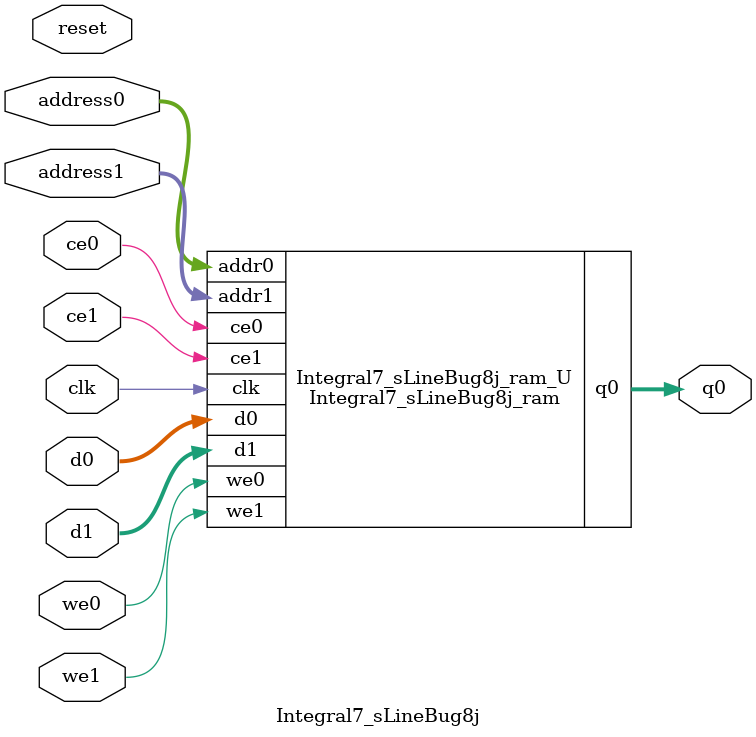
<source format=v>

`timescale 1 ns / 1 ps
module Integral7_sLineBug8j_ram (addr0, ce0, d0, we0, q0, addr1, ce1, d1, we1,  clk);

parameter DWIDTH = 32;
parameter AWIDTH = 10;
parameter MEM_SIZE = 513;

input[AWIDTH-1:0] addr0;
input ce0;
input[DWIDTH-1:0] d0;
input we0;
output reg[DWIDTH-1:0] q0;
input[AWIDTH-1:0] addr1;
input ce1;
input[DWIDTH-1:0] d1;
input we1;
input clk;

(* ram_style = "block" *)reg [DWIDTH-1:0] ram[0:MEM_SIZE-1];




always @(posedge clk)  
begin 
    if (ce0) 
    begin
        if (we0) 
        begin 
            ram[addr0] <= d0; 
            q0 <= d0;
        end 
        else 
            q0 <= ram[addr0];
    end
end


always @(posedge clk)  
begin 
    if (ce1) 
    begin
        if (we1) 
        begin 
            ram[addr1] <= d1; 
        end 
    end
end


endmodule


`timescale 1 ns / 1 ps
module Integral7_sLineBug8j(
    reset,
    clk,
    address0,
    ce0,
    we0,
    d0,
    q0,
    address1,
    ce1,
    we1,
    d1);

parameter DataWidth = 32'd32;
parameter AddressRange = 32'd513;
parameter AddressWidth = 32'd10;
input reset;
input clk;
input[AddressWidth - 1:0] address0;
input ce0;
input we0;
input[DataWidth - 1:0] d0;
output[DataWidth - 1:0] q0;
input[AddressWidth - 1:0] address1;
input ce1;
input we1;
input[DataWidth - 1:0] d1;



Integral7_sLineBug8j_ram Integral7_sLineBug8j_ram_U(
    .clk( clk ),
    .addr0( address0 ),
    .ce0( ce0 ),
    .we0( we0 ),
    .d0( d0 ),
    .q0( q0 ),
    .addr1( address1 ),
    .ce1( ce1 ),
    .we1( we1 ),
    .d1( d1 ));

endmodule


</source>
